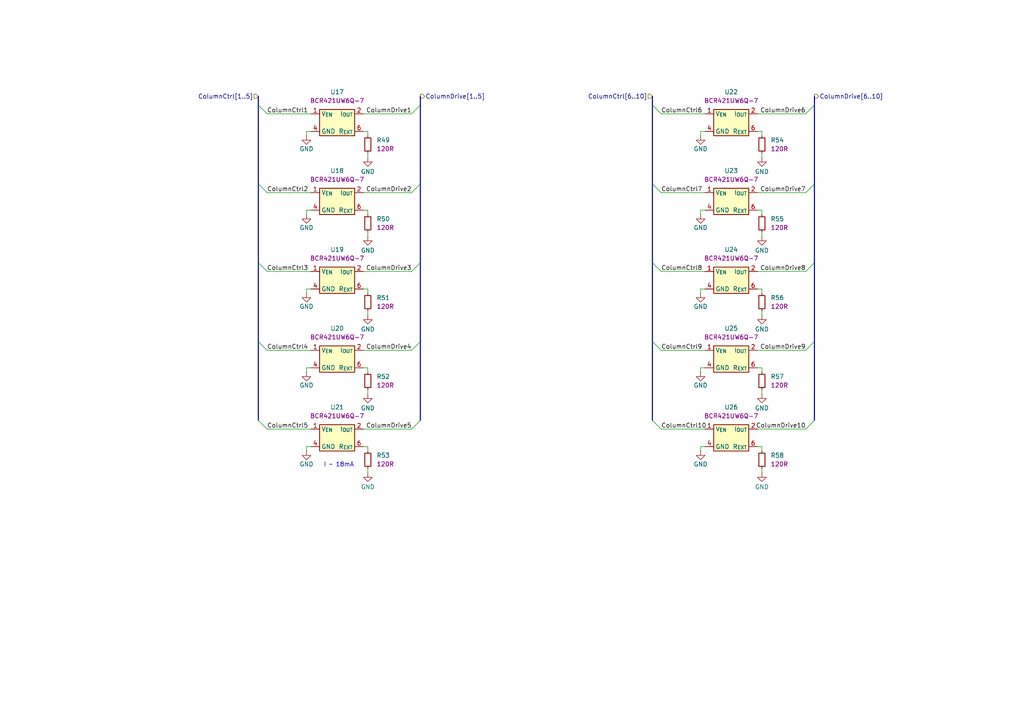
<source format=kicad_sch>
(kicad_sch (version 20231120) (generator "eeschema") (generator_version "8.0")
  (paper "A4")
  (title_block (title "LED Panel Board") (date "2025-01-31") (rev "1.0.0"))
  (lib_symbols
    (symbol "antmicroPMICLEDDrivers:BCR421_SC74"
      (property "Reference" "U" (at 30.48 -5.08 0))
      (property "MPN" "BCR421UW6Q-7" (at 30.48 -7.62 0))
      (symbol "BCR421_SC74_1_1"
        (rectangle (start 2.54 1.27) (end 12.7 -6.35) (stroke (width 0.254)) (fill (type background)))
        (pin input line (at 0 0 0) (length 2.54) (name "V_{EN}") (number "1"))
        (pin output line (at 15.24 0 180) (length 2.54) (name "I_{OUT}") (number "2"))
        (pin passive line (at 15.24 0 180) (length 2.54) hide (name "I_{OUT}") (number "3"))
        (pin power_in line (at 0 -5.08 0) (length 2.54) (name "GND") (number "4"))
        (pin passive line (at 15.24 0 180) (length 2.54) hide (name "I_{OUT}") (number "5"))
        (pin passive line (at 15.24 -5.08 180) (length 2.54) (name "R_{EXT}") (number "6"))
      )
    )
    (symbol "antmicroResistors0402:R_120R_0402" (pin_numbers hide) (pin_names hide)
      (property "Reference" "R" (at 20.32 -5.08 0))
      (property "Val" "120R" (at 20.32 -7.62 0))
      (symbol "R_120R_0402_0_1"
        (rectangle (start 0.635 0.889) (end 4.445 -0.889) (stroke (width 0.254)))
      )
      (symbol "R_120R_0402_1_1"
        (pin passive line (at 0 0 0) (length 0.635) (name "~") (number "1"))
        (pin passive line (at 5.08 0 180) (length 0.635) (name "~") (number "2"))
      )
    )
    (symbol "antmicropower:GND" (power) (pin_numbers hide) (pin_names hide)
      (property "Value" "GND" (at 8.89 -5.08 0))
      (symbol "GND_1_1"
        (polyline (pts (xy 0 0) (xy 0 -1.27) (xy 1.27 -1.27) (xy 0 -2.54) (xy -1.27 -1.27) (xy 0 -1.27)))
        (pin power_in line (at 0 0 270) (length 0) (name "GND") (number "1"))
      )
    )
  )
  (bus_entry (at 121.92 30.48) (size -2.54 2.54))
  (bus_entry (at 74.93 121.92) (size 2.54 2.54))
  (bus_entry (at 74.93 99.06) (size 2.54 2.54))
  (bus_entry (at 236.22 76.2) (size -2.54 2.54))
  (bus_entry (at 236.22 121.92) (size -2.54 2.54))
  (bus_entry (at 236.22 53.34) (size -2.54 2.54))
  (bus_entry (at 74.93 30.48) (size 2.54 2.54))
  (bus_entry (at 189.23 76.2) (size 2.54 2.54))
  (bus_entry (at 121.92 76.2) (size -2.54 2.54))
  (bus_entry (at 236.22 99.06) (size -2.54 2.54))
  (bus_entry (at 121.92 99.06) (size -2.54 2.54))
  (bus_entry (at 189.23 53.34) (size 2.54 2.54))
  (bus_entry (at 189.23 121.92) (size 2.54 2.54))
  (bus_entry (at 74.93 53.34) (size 2.54 2.54))
  (bus_entry (at 74.93 76.2) (size 2.54 2.54))
  (bus_entry (at 121.92 121.92) (size -2.54 2.54))
  (bus_entry (at 121.92 53.34) (size -2.54 2.54))
  (bus_entry (at 236.22 30.48) (size -2.54 2.54))
  (bus_entry (at 189.23 99.06) (size 2.54 2.54))
  (bus_entry (at 189.23 30.48) (size 2.54 2.54))
  (wire (pts (xy 203.2 38.1) (xy 203.2 39.37)))
  (wire (pts (xy 204.47 60.96) (xy 203.2 60.96)))
  (wire (pts (xy 204.47 78.74) (xy 191.77 78.74)))
  (wire (pts (xy 119.38 101.6) (xy 105.41 101.6)))
  (wire (pts (xy 88.9 129.54) (xy 88.9 130.81)))
  (wire (pts (xy 233.68 78.74) (xy 219.71 78.74)))
  (wire (pts (xy 220.98 44.45) (xy 220.98 45.72)))
  (wire (pts (xy 106.68 44.45) (xy 106.68 45.72)))
  (bus (pts (xy 74.93 99.06) (xy 74.93 121.92)))
  (wire (pts (xy 119.38 124.46) (xy 105.41 124.46)))
  (wire (pts (xy 119.38 78.74) (xy 105.41 78.74)))
  (wire (pts (xy 106.68 130.81) (xy 106.68 129.54)))
  (wire (pts (xy 88.9 106.68) (xy 88.9 107.95)))
  (wire (pts (xy 90.17 124.46) (xy 77.47 124.46)))
  (bus (pts (xy 189.23 30.48) (xy 189.23 53.34)))
  (bus (pts (xy 74.93 27.94) (xy 74.93 30.48)))
  (wire (pts (xy 220.98 60.96) (xy 219.71 60.96)))
  (wire (pts (xy 220.98 67.31) (xy 220.98 68.58)))
  (wire (pts (xy 220.98 113.03) (xy 220.98 114.3)))
  (bus (pts (xy 74.93 53.34) (xy 74.93 76.2)))
  (wire (pts (xy 220.98 107.95) (xy 220.98 106.68)))
  (wire (pts (xy 88.9 60.96) (xy 88.9 62.23)))
  (wire (pts (xy 204.47 83.82) (xy 203.2 83.82)))
  (wire (pts (xy 90.17 38.1) (xy 88.9 38.1)))
  (wire (pts (xy 119.38 55.88) (xy 105.41 55.88)))
  (bus (pts (xy 236.22 30.48) (xy 236.22 53.34)))
  (bus (pts (xy 121.92 53.34) (xy 121.92 76.2)))
  (bus (pts (xy 189.23 27.94) (xy 189.23 30.48)))
  (wire (pts (xy 220.98 135.89) (xy 220.98 137.16)))
  (wire (pts (xy 88.9 83.82) (xy 88.9 85.09)))
  (bus (pts (xy 236.22 27.94) (xy 236.22 30.48)))
  (wire (pts (xy 233.68 33.02) (xy 219.71 33.02)))
  (wire (pts (xy 90.17 83.82) (xy 88.9 83.82)))
  (wire (pts (xy 204.47 55.88) (xy 191.77 55.88)))
  (bus (pts (xy 236.22 76.2) (xy 236.22 99.06)))
  (wire (pts (xy 203.2 129.54) (xy 203.2 130.81)))
  (wire (pts (xy 204.47 129.54) (xy 203.2 129.54)))
  (wire (pts (xy 204.47 33.02) (xy 191.77 33.02)))
  (wire (pts (xy 106.68 107.95) (xy 106.68 106.68)))
  (wire (pts (xy 90.17 129.54) (xy 88.9 129.54)))
  (wire (pts (xy 220.98 38.1) (xy 219.71 38.1)))
  (bus (pts (xy 189.23 99.06) (xy 189.23 121.92)))
  (wire (pts (xy 203.2 83.82) (xy 203.2 85.09)))
  (wire (pts (xy 220.98 85.09) (xy 220.98 83.82)))
  (wire (pts (xy 106.68 106.68) (xy 105.41 106.68)))
  (wire (pts (xy 90.17 60.96) (xy 88.9 60.96)))
  (wire (pts (xy 220.98 129.54) (xy 219.71 129.54)))
  (wire (pts (xy 220.98 62.23) (xy 220.98 60.96)))
  (bus (pts (xy 74.93 76.2) (xy 74.93 99.06)))
  (wire (pts (xy 220.98 83.82) (xy 219.71 83.82)))
  (bus (pts (xy 189.23 53.34) (xy 189.23 76.2)))
  (wire (pts (xy 90.17 106.68) (xy 88.9 106.68)))
  (bus (pts (xy 236.22 99.06) (xy 236.22 121.92)))
  (wire (pts (xy 233.68 124.46) (xy 219.71 124.46)))
  (bus (pts (xy 121.92 30.48) (xy 121.92 53.34)))
  (bus (pts (xy 121.92 27.94) (xy 121.92 30.48)))
  (wire (pts (xy 90.17 101.6) (xy 77.47 101.6)))
  (wire (pts (xy 106.68 85.09) (xy 106.68 83.82)))
  (wire (pts (xy 204.47 124.46) (xy 191.77 124.46)))
  (wire (pts (xy 203.2 106.68) (xy 203.2 107.95)))
  (wire (pts (xy 203.2 60.96) (xy 203.2 62.23)))
  (wire (pts (xy 106.68 39.37) (xy 106.68 38.1)))
  (wire (pts (xy 90.17 78.74) (xy 77.47 78.74)))
  (wire (pts (xy 106.68 90.17) (xy 106.68 91.44)))
  (bus (pts (xy 189.23 76.2) (xy 189.23 99.06)))
  (wire (pts (xy 106.68 60.96) (xy 105.41 60.96)))
  (wire (pts (xy 106.68 113.03) (xy 106.68 114.3)))
  (wire (pts (xy 106.68 83.82) (xy 105.41 83.82)))
  (wire (pts (xy 106.68 67.31) (xy 106.68 68.58)))
  (bus (pts (xy 74.93 30.48) (xy 74.93 53.34)))
  (wire (pts (xy 88.9 38.1) (xy 88.9 39.37)))
  (wire (pts (xy 220.98 106.68) (xy 219.71 106.68)))
  (wire (pts (xy 106.68 62.23) (xy 106.68 60.96)))
  (wire (pts (xy 204.47 106.68) (xy 203.2 106.68)))
  (wire (pts (xy 204.47 101.6) (xy 191.77 101.6)))
  (wire (pts (xy 106.68 135.89) (xy 106.68 137.16)))
  (wire (pts (xy 106.68 129.54) (xy 105.41 129.54)))
  (wire (pts (xy 220.98 90.17) (xy 220.98 91.44)))
  (wire (pts (xy 233.68 55.88) (xy 219.71 55.88)))
  (bus (pts (xy 236.22 53.34) (xy 236.22 76.2)))
  (wire (pts (xy 233.68 101.6) (xy 219.71 101.6)))
  (bus (pts (xy 121.92 99.06) (xy 121.92 121.92)))
  (wire (pts (xy 204.47 38.1) (xy 203.2 38.1)))
  (wire (pts (xy 220.98 130.81) (xy 220.98 129.54)))
  (wire (pts (xy 119.38 33.02) (xy 105.41 33.02)))
  (wire (pts (xy 220.98 39.37) (xy 220.98 38.1)))
  (wire (pts (xy 90.17 33.02) (xy 77.47 33.02)))
  (bus (pts (xy 121.92 76.2) (xy 121.92 99.06)))
  (wire (pts (xy 106.68 38.1) (xy 105.41 38.1)))
  (wire (pts (xy 90.17 55.88) (xy 77.47 55.88)))
  (text "I ~ 18mA" (at 98.298 134.874 0) (effects (font (size 1.27 1.27))))
  (label "ColumnDrive6" (at 233.68 33.02 180))
  (label "ColumnCtrl7" (at 191.77 55.88 0))
  (label "ColumnCtrl6" (at 191.77 33.02 0))
  (label "ColumnCtrl10" (at 191.77 124.46 0))
  (label "ColumnDrive2" (at 119.38 55.88 180))
  (label "ColumnCtrl1" (at 77.47 33.02 0))
  (label "ColumnDrive1" (at 119.38 33.02 180))
  (label "ColumnDrive3" (at 119.38 78.74 180))
  (label "ColumnCtrl2" (at 77.47 55.88 0))
  (label "ColumnCtrl8" (at 191.77 78.74 0))
  (label "ColumnCtrl4" (at 77.47 101.6 0))
  (label "ColumnDrive4" (at 119.38 101.6 180))
  (label "ColumnDrive7" (at 233.68 55.88 180))
  (label "ColumnDrive8" (at 233.68 78.74 180))
  (label "ColumnCtrl3" (at 77.47 78.74 0))
  (label "ColumnDrive10" (at 233.68 124.46 180))
  (label "ColumnCtrl5" (at 77.47 124.46 0))
  (label "ColumnDrive9" (at 233.68 101.6 180))
  (label "ColumnCtrl9" (at 191.77 101.6 0))
  (label "ColumnDrive5" (at 119.38 124.46 180))
  (hierarchical_label "ColumnCtrl[6..10]" (shape input) (at 189.23 27.94 180))
  (hierarchical_label "ColumnDrive[6..10]" (shape output) (at 236.22 27.94 0))
  (hierarchical_label "ColumnCtrl[1..5]" (shape input) (at 74.93 27.94 180))
  (hierarchical_label "ColumnDrive[1..5]" (shape output) (at 121.92 27.94 0))
  (symbol (lib_id "antmicroPMICLEDDrivers:BCR421_SC74") (at 90.17 101.6 0) (unit 1)
    (property "Reference" "U20" (at 97.79 95.25 0))
    (property "Value" "BCR421_SOT26" (effects (hide yes)))
    (property "Footprint" "antmicro-footprints:SC-74-6_1.5x2.9mm_P0.95mm" (effects (hide yes)))
    (property "Datasheet" "https://www.diodes.com/datasheet/download/BCR421UW6Q.pdf" (effects (hide yes)))
    (property "Description" "350 mA Linear LED driver; Vmax=40V; Idefault=10mA; PWMmax=25kHz; Pmax=1W" (effects (hide yes)))
    (property "MPN" "BCR421UW6Q-7" (at 97.79 97.79 0))
    (property "Manufacturer" "Diodes Incorporated" (effects (hide yes)))
    (property "Author" "Antmicro" (effects (hide yes)))
    (property "License" "Apache-2.0" (effects (hide yes)))
  )
  (symbol (lib_id "antmicropower:GND") (at 88.9 107.95 0) (mirror y) (unit 1)
    (property "Reference" "#PWR0184" (effects (hide yes)))
    (property "Value" "GND" (at 90.932 111.76 0) (effects (justify left)))
    (property "Author" "Antmicro" (effects (hide yes)))
    (property "License" "Apache-2.0" (effects (hide yes)))
  )
  (symbol (lib_id "antmicropower:GND") (at 106.68 91.44 0) (mirror y) (unit 1)
    (property "Reference" "#PWR0188" (effects (hide yes)))
    (property "Value" "GND" (at 108.712 95.504 0) (effects (justify left)))
    (property "Author" "Antmicro" (effects (hide yes)))
    (property "License" "Apache-2.0" (effects (hide yes)))
  )
  (symbol (lib_id "antmicroPMICLEDDrivers:BCR421_SC74") (at 204.47 33.02 0) (unit 1)
    (property "Reference" "U22" (at 212.09 26.67 0))
    (property "Value" "BCR421_SOT26" (effects (hide yes)))
    (property "Footprint" "antmicro-footprints:SC-74-6_1.5x2.9mm_P0.95mm" (effects (hide yes)))
    (property "Datasheet" "https://www.diodes.com/datasheet/download/BCR421UW6Q.pdf" (effects (hide yes)))
    (property "Description" "350 mA Linear LED driver; Vmax=40V; Idefault=10mA; PWMmax=25kHz; Pmax=1W" (effects (hide yes)))
    (property "MPN" "BCR421UW6Q-7" (at 212.09 29.21 0))
    (property "Manufacturer" "Diodes Incorporated" (effects (hide yes)))
    (property "Author" "Antmicro" (effects (hide yes)))
    (property "License" "Apache-2.0" (effects (hide yes)))
  )
  (symbol (lib_id "antmicropower:GND") (at 106.68 45.72 0) (mirror y) (unit 1)
    (property "Reference" "#PWR0186" (effects (hide yes)))
    (property "Value" "GND" (at 108.712 49.784 0) (effects (justify left)))
    (property "Author" "Antmicro" (effects (hide yes)))
    (property "License" "Apache-2.0" (effects (hide yes)))
  )
  (symbol (lib_id "antmicroResistors0402:R_120R_0402") (at 220.98 90.17 270) (mirror x) (unit 1)
    (property "Reference" "R56" (at 223.52 86.36 90) (effects (justify left)))
    (property "Value" "R_120R_0402" (effects (hide yes)))
    (property "Footprint" "antmicro-footprints:R_0402_1005Metric" (effects (hide yes)))
    (property "Datasheet" "https://www.bourns.com/docs/product-datasheets/cr.pdf" (effects (hide yes)))
    (property "Description" "SMD Chip Resistor, 120 ohm, ± 1%, 63 mW, 0402 [1005 Metric], Thick Film, General Purpose" (effects (hide yes)))
    (property "MPN" "CR0402-FX-1200GLF" (effects (hide yes)))
    (property "Manufacturer" "Bourns" (effects (hide yes)))
    (property "License" "Apache-2.0" (effects (hide yes)))
    (property "Author" "Antmicro" (effects (hide yes)))
    (property "Val" "120R" (at 223.52 88.9 90) (effects (justify left)))
    (property "Tolerance" "1%" (effects (hide yes)))
  )
  (symbol (lib_id "antmicropower:GND") (at 203.2 85.09 0) (mirror y) (unit 1)
    (property "Reference" "#PWR0193" (effects (hide yes)))
    (property "Value" "GND" (at 205.232 88.9 0) (effects (justify left)))
    (property "Author" "Antmicro" (effects (hide yes)))
    (property "License" "Apache-2.0" (effects (hide yes)))
  )
  (symbol (lib_id "antmicropower:GND") (at 88.9 85.09 0) (mirror y) (unit 1)
    (property "Reference" "#PWR0183" (effects (hide yes)))
    (property "Value" "GND" (at 90.932 88.9 0) (effects (justify left)))
    (property "Author" "Antmicro" (effects (hide yes)))
    (property "License" "Apache-2.0" (effects (hide yes)))
  )
  (symbol (lib_id "antmicroResistors0402:R_120R_0402") (at 106.68 44.45 270) (mirror x) (unit 1)
    (property "Reference" "R49" (at 109.22 40.64 90) (effects (justify left)))
    (property "Value" "R_120R_0402" (effects (hide yes)))
    (property "Footprint" "antmicro-footprints:R_0402_1005Metric" (effects (hide yes)))
    (property "Datasheet" "https://www.bourns.com/docs/product-datasheets/cr.pdf" (effects (hide yes)))
    (property "Description" "SMD Chip Resistor, 120 ohm, ± 1%, 63 mW, 0402 [1005 Metric], Thick Film, General Purpose" (effects (hide yes)))
    (property "MPN" "CR0402-FX-1200GLF" (effects (hide yes)))
    (property "Manufacturer" "Bourns" (effects (hide yes)))
    (property "License" "Apache-2.0" (effects (hide yes)))
    (property "Author" "Antmicro" (effects (hide yes)))
    (property "Val" "120R" (at 109.22 43.18 90) (effects (justify left)))
    (property "Tolerance" "1%" (effects (hide yes)))
  )
  (symbol (lib_id "antmicropower:GND") (at 88.9 39.37 0) (mirror y) (unit 1)
    (property "Reference" "#PWR0181" (effects (hide yes)))
    (property "Value" "GND" (at 90.932 43.18 0) (effects (justify left)))
    (property "Author" "Antmicro" (effects (hide yes)))
    (property "License" "Apache-2.0" (effects (hide yes)))
  )
  (symbol (lib_id "antmicroResistors0402:R_120R_0402") (at 220.98 44.45 270) (mirror x) (unit 1)
    (property "Reference" "R54" (at 223.52 40.64 90) (effects (justify left)))
    (property "Value" "R_120R_0402" (effects (hide yes)))
    (property "Footprint" "antmicro-footprints:R_0402_1005Metric" (effects (hide yes)))
    (property "Datasheet" "https://www.bourns.com/docs/product-datasheets/cr.pdf" (effects (hide yes)))
    (property "Description" "SMD Chip Resistor, 120 ohm, ± 1%, 63 mW, 0402 [1005 Metric], Thick Film, General Purpose" (effects (hide yes)))
    (property "MPN" "CR0402-FX-1200GLF" (effects (hide yes)))
    (property "Manufacturer" "Bourns" (effects (hide yes)))
    (property "License" "Apache-2.0" (effects (hide yes)))
    (property "Author" "Antmicro" (effects (hide yes)))
    (property "Val" "120R" (at 223.52 43.18 90) (effects (justify left)))
    (property "Tolerance" "1%" (effects (hide yes)))
  )
  (symbol (lib_id "antmicropower:GND") (at 220.98 68.58 0) (mirror y) (unit 1)
    (property "Reference" "#PWR0197" (effects (hide yes)))
    (property "Value" "GND" (at 223.012 72.644 0) (effects (justify left)))
    (property "Author" "Antmicro" (effects (hide yes)))
    (property "License" "Apache-2.0" (effects (hide yes)))
  )
  (symbol (lib_id "antmicropower:GND") (at 106.68 68.58 0) (mirror y) (unit 1)
    (property "Reference" "#PWR0187" (effects (hide yes)))
    (property "Value" "GND" (at 108.712 72.644 0) (effects (justify left)))
    (property "Author" "Antmicro" (effects (hide yes)))
    (property "License" "Apache-2.0" (effects (hide yes)))
  )
  (symbol (lib_id "antmicropower:GND") (at 203.2 62.23 0) (mirror y) (unit 1)
    (property "Reference" "#PWR0192" (effects (hide yes)))
    (property "Value" "GND" (at 205.232 66.04 0) (effects (justify left)))
    (property "Author" "Antmicro" (effects (hide yes)))
    (property "License" "Apache-2.0" (effects (hide yes)))
  )
  (symbol (lib_id "antmicropower:GND") (at 88.9 130.81 0) (mirror y) (unit 1)
    (property "Reference" "#PWR0185" (effects (hide yes)))
    (property "Value" "GND" (at 90.932 134.62 0) (effects (justify left)))
    (property "Author" "Antmicro" (effects (hide yes)))
    (property "License" "Apache-2.0" (effects (hide yes)))
  )
  (symbol (lib_id "antmicropower:GND") (at 220.98 114.3 0) (mirror y) (unit 1)
    (property "Reference" "#PWR0199" (effects (hide yes)))
    (property "Value" "GND" (at 223.012 118.364 0) (effects (justify left)))
    (property "Author" "Antmicro" (effects (hide yes)))
    (property "License" "Apache-2.0" (effects (hide yes)))
  )
  (symbol (lib_id "antmicroResistors0402:R_120R_0402") (at 106.68 135.89 270) (mirror x) (unit 1)
    (property "Reference" "R53" (at 109.22 132.08 90) (effects (justify left)))
    (property "Value" "R_120R_0402" (effects (hide yes)))
    (property "Footprint" "antmicro-footprints:R_0402_1005Metric" (effects (hide yes)))
    (property "Datasheet" "https://www.bourns.com/docs/product-datasheets/cr.pdf" (effects (hide yes)))
    (property "Description" "SMD Chip Resistor, 120 ohm, ± 1%, 63 mW, 0402 [1005 Metric], Thick Film, General Purpose" (effects (hide yes)))
    (property "MPN" "CR0402-FX-1200GLF" (effects (hide yes)))
    (property "Manufacturer" "Bourns" (effects (hide yes)))
    (property "License" "Apache-2.0" (effects (hide yes)))
    (property "Author" "Antmicro" (effects (hide yes)))
    (property "Val" "120R" (at 109.22 134.62 90) (effects (justify left)))
    (property "Tolerance" "1%" (effects (hide yes)))
  )
  (symbol (lib_id "antmicroPMICLEDDrivers:BCR421_SC74") (at 204.47 78.74 0) (unit 1)
    (property "Reference" "U24" (at 212.09 72.39 0))
    (property "Value" "BCR421_SOT26" (effects (hide yes)))
    (property "Footprint" "antmicro-footprints:SC-74-6_1.5x2.9mm_P0.95mm" (effects (hide yes)))
    (property "Datasheet" "https://www.diodes.com/datasheet/download/BCR421UW6Q.pdf" (effects (hide yes)))
    (property "Description" "350 mA Linear LED driver; Vmax=40V; Idefault=10mA; PWMmax=25kHz; Pmax=1W" (effects (hide yes)))
    (property "MPN" "BCR421UW6Q-7" (at 212.09 74.93 0))
    (property "Manufacturer" "Diodes Incorporated" (effects (hide yes)))
    (property "Author" "Antmicro" (effects (hide yes)))
    (property "License" "Apache-2.0" (effects (hide yes)))
  )
  (symbol (lib_id "antmicropower:GND") (at 106.68 137.16 0) (mirror y) (unit 1)
    (property "Reference" "#PWR0190" (effects (hide yes)))
    (property "Value" "GND" (at 108.712 141.224 0) (effects (justify left)))
    (property "Author" "Antmicro" (effects (hide yes)))
    (property "License" "Apache-2.0" (effects (hide yes)))
  )
  (symbol (lib_id "antmicroPMICLEDDrivers:BCR421_SC74") (at 204.47 55.88 0) (unit 1)
    (property "Reference" "U23" (at 212.09 49.53 0))
    (property "Value" "BCR421_SOT26" (effects (hide yes)))
    (property "Footprint" "antmicro-footprints:SC-74-6_1.5x2.9mm_P0.95mm" (effects (hide yes)))
    (property "Datasheet" "https://www.diodes.com/datasheet/download/BCR421UW6Q.pdf" (effects (hide yes)))
    (property "Description" "350 mA Linear LED driver; Vmax=40V; Idefault=10mA; PWMmax=25kHz; Pmax=1W" (effects (hide yes)))
    (property "MPN" "BCR421UW6Q-7" (at 212.09 52.07 0))
    (property "Manufacturer" "Diodes Incorporated" (effects (hide yes)))
    (property "Author" "Antmicro" (effects (hide yes)))
    (property "License" "Apache-2.0" (effects (hide yes)))
  )
  (symbol (lib_id "antmicroPMICLEDDrivers:BCR421_SC74") (at 90.17 33.02 0) (unit 1)
    (property "Reference" "U17" (at 97.79 26.67 0))
    (property "Value" "BCR421_SOT26" (effects (hide yes)))
    (property "Footprint" "antmicro-footprints:SC-74-6_1.5x2.9mm_P0.95mm" (effects (hide yes)))
    (property "Datasheet" "https://www.diodes.com/datasheet/download/BCR421UW6Q.pdf" (effects (hide yes)))
    (property "Description" "350 mA Linear LED driver; Vmax=40V; Idefault=10mA; PWMmax=25kHz; Pmax=1W" (effects (hide yes)))
    (property "MPN" "BCR421UW6Q-7" (at 97.79 29.21 0))
    (property "Manufacturer" "Diodes Incorporated" (effects (hide yes)))
    (property "Author" "Antmicro" (effects (hide yes)))
    (property "License" "Apache-2.0" (effects (hide yes)))
  )
  (symbol (lib_id "antmicropower:GND") (at 203.2 130.81 0) (mirror y) (unit 1)
    (property "Reference" "#PWR0195" (effects (hide yes)))
    (property "Value" "GND" (at 205.232 134.62 0) (effects (justify left)))
    (property "Author" "Antmicro" (effects (hide yes)))
    (property "License" "Apache-2.0" (effects (hide yes)))
  )
  (symbol (lib_id "antmicroResistors0402:R_120R_0402") (at 220.98 67.31 270) (mirror x) (unit 1)
    (property "Reference" "R55" (at 223.52 63.5 90) (effects (justify left)))
    (property "Value" "R_120R_0402" (effects (hide yes)))
    (property "Footprint" "antmicro-footprints:R_0402_1005Metric" (effects (hide yes)))
    (property "Datasheet" "https://www.bourns.com/docs/product-datasheets/cr.pdf" (effects (hide yes)))
    (property "Description" "SMD Chip Resistor, 120 ohm, ± 1%, 63 mW, 0402 [1005 Metric], Thick Film, General Purpose" (effects (hide yes)))
    (property "MPN" "CR0402-FX-1200GLF" (effects (hide yes)))
    (property "Manufacturer" "Bourns" (effects (hide yes)))
    (property "License" "Apache-2.0" (effects (hide yes)))
    (property "Author" "Antmicro" (effects (hide yes)))
    (property "Val" "120R" (at 223.52 66.04 90) (effects (justify left)))
    (property "Tolerance" "1%" (effects (hide yes)))
  )
  (symbol (lib_id "antmicroResistors0402:R_120R_0402") (at 220.98 113.03 270) (mirror x) (unit 1)
    (property "Reference" "R57" (at 223.52 109.22 90) (effects (justify left)))
    (property "Value" "R_120R_0402" (effects (hide yes)))
    (property "Footprint" "antmicro-footprints:R_0402_1005Metric" (effects (hide yes)))
    (property "Datasheet" "https://www.bourns.com/docs/product-datasheets/cr.pdf" (effects (hide yes)))
    (property "Description" "SMD Chip Resistor, 120 ohm, ± 1%, 63 mW, 0402 [1005 Metric], Thick Film, General Purpose" (effects (hide yes)))
    (property "MPN" "CR0402-FX-1200GLF" (effects (hide yes)))
    (property "Manufacturer" "Bourns" (effects (hide yes)))
    (property "License" "Apache-2.0" (effects (hide yes)))
    (property "Author" "Antmicro" (effects (hide yes)))
    (property "Val" "120R" (at 223.52 111.76 90) (effects (justify left)))
    (property "Tolerance" "1%" (effects (hide yes)))
  )
  (symbol (lib_id "antmicropower:GND") (at 203.2 39.37 0) (mirror y) (unit 1)
    (property "Reference" "#PWR0191" (effects (hide yes)))
    (property "Value" "GND" (at 205.232 43.18 0) (effects (justify left)))
    (property "Author" "Antmicro" (effects (hide yes)))
    (property "License" "Apache-2.0" (effects (hide yes)))
  )
  (symbol (lib_id "antmicropower:GND") (at 220.98 137.16 0) (mirror y) (unit 1)
    (property "Reference" "#PWR0200" (effects (hide yes)))
    (property "Value" "GND" (at 223.012 141.224 0) (effects (justify left)))
    (property "Author" "Antmicro" (effects (hide yes)))
    (property "License" "Apache-2.0" (effects (hide yes)))
  )
  (symbol (lib_id "antmicropower:GND") (at 106.68 114.3 0) (mirror y) (unit 1)
    (property "Reference" "#PWR0189" (effects (hide yes)))
    (property "Value" "GND" (at 108.712 118.364 0) (effects (justify left)))
    (property "Author" "Antmicro" (effects (hide yes)))
    (property "License" "Apache-2.0" (effects (hide yes)))
  )
  (symbol (lib_id "antmicroPMICLEDDrivers:BCR421_SC74") (at 90.17 78.74 0) (unit 1)
    (property "Reference" "U19" (at 97.79 72.39 0))
    (property "Value" "BCR421_SOT26" (effects (hide yes)))
    (property "Footprint" "antmicro-footprints:SC-74-6_1.5x2.9mm_P0.95mm" (effects (hide yes)))
    (property "Datasheet" "https://www.diodes.com/datasheet/download/BCR421UW6Q.pdf" (effects (hide yes)))
    (property "Description" "350 mA Linear LED driver; Vmax=40V; Idefault=10mA; PWMmax=25kHz; Pmax=1W" (effects (hide yes)))
    (property "MPN" "BCR421UW6Q-7" (at 97.79 74.93 0))
    (property "Manufacturer" "Diodes Incorporated" (effects (hide yes)))
    (property "Author" "Antmicro" (effects (hide yes)))
    (property "License" "Apache-2.0" (effects (hide yes)))
  )
  (symbol (lib_id "antmicroPMICLEDDrivers:BCR421_SC74") (at 90.17 55.88 0) (unit 1)
    (property "Reference" "U18" (at 97.79 49.53 0))
    (property "Value" "BCR421_SOT26" (effects (hide yes)))
    (property "Footprint" "antmicro-footprints:SC-74-6_1.5x2.9mm_P0.95mm" (effects (hide yes)))
    (property "Datasheet" "https://www.diodes.com/datasheet/download/BCR421UW6Q.pdf" (effects (hide yes)))
    (property "Description" "350 mA Linear LED driver; Vmax=40V; Idefault=10mA; PWMmax=25kHz; Pmax=1W" (effects (hide yes)))
    (property "MPN" "BCR421UW6Q-7" (at 97.79 52.07 0))
    (property "Manufacturer" "Diodes Incorporated" (effects (hide yes)))
    (property "Author" "Antmicro" (effects (hide yes)))
    (property "License" "Apache-2.0" (effects (hide yes)))
  )
  (symbol (lib_id "antmicropower:GND") (at 220.98 91.44 0) (mirror y) (unit 1)
    (property "Reference" "#PWR0198" (effects (hide yes)))
    (property "Value" "GND" (at 223.012 95.504 0) (effects (justify left)))
    (property "Author" "Antmicro" (effects (hide yes)))
    (property "License" "Apache-2.0" (effects (hide yes)))
  )
  (symbol (lib_id "antmicroResistors0402:R_120R_0402") (at 220.98 135.89 270) (mirror x) (unit 1)
    (property "Reference" "R58" (at 223.52 132.08 90) (effects (justify left)))
    (property "Value" "R_120R_0402" (effects (hide yes)))
    (property "Footprint" "antmicro-footprints:R_0402_1005Metric" (effects (hide yes)))
    (property "Datasheet" "https://www.bourns.com/docs/product-datasheets/cr.pdf" (effects (hide yes)))
    (property "Description" "SMD Chip Resistor, 120 ohm, ± 1%, 63 mW, 0402 [1005 Metric], Thick Film, General Purpose" (effects (hide yes)))
    (property "MPN" "CR0402-FX-1200GLF" (effects (hide yes)))
    (property "Manufacturer" "Bourns" (effects (hide yes)))
    (property "License" "Apache-2.0" (effects (hide yes)))
    (property "Author" "Antmicro" (effects (hide yes)))
    (property "Val" "120R" (at 223.52 134.62 90) (effects (justify left)))
    (property "Tolerance" "1%" (effects (hide yes)))
  )
  (symbol (lib_id "antmicroPMICLEDDrivers:BCR421_SC74") (at 204.47 101.6 0) (unit 1)
    (property "Reference" "U25" (at 212.09 95.25 0))
    (property "Value" "BCR421_SOT26" (effects (hide yes)))
    (property "Footprint" "antmicro-footprints:SC-74-6_1.5x2.9mm_P0.95mm" (effects (hide yes)))
    (property "Datasheet" "https://www.diodes.com/datasheet/download/BCR421UW6Q.pdf" (effects (hide yes)))
    (property "Description" "350 mA Linear LED driver; Vmax=40V; Idefault=10mA; PWMmax=25kHz; Pmax=1W" (effects (hide yes)))
    (property "MPN" "BCR421UW6Q-7" (at 212.09 97.79 0))
    (property "Manufacturer" "Diodes Incorporated" (effects (hide yes)))
    (property "Author" "Antmicro" (effects (hide yes)))
    (property "License" "Apache-2.0" (effects (hide yes)))
  )
  (symbol (lib_id "antmicroResistors0402:R_120R_0402") (at 106.68 90.17 270) (mirror x) (unit 1)
    (property "Reference" "R51" (at 109.22 86.36 90) (effects (justify left)))
    (property "Value" "R_120R_0402" (effects (hide yes)))
    (property "Footprint" "antmicro-footprints:R_0402_1005Metric" (effects (hide yes)))
    (property "Datasheet" "https://www.bourns.com/docs/product-datasheets/cr.pdf" (effects (hide yes)))
    (property "Description" "SMD Chip Resistor, 120 ohm, ± 1%, 63 mW, 0402 [1005 Metric], Thick Film, General Purpose" (effects (hide yes)))
    (property "MPN" "CR0402-FX-1200GLF" (effects (hide yes)))
    (property "Manufacturer" "Bourns" (effects (hide yes)))
    (property "License" "Apache-2.0" (effects (hide yes)))
    (property "Author" "Antmicro" (effects (hide yes)))
    (property "Val" "120R" (at 109.22 88.9 90) (effects (justify left)))
    (property "Tolerance" "1%" (effects (hide yes)))
  )
  (symbol (lib_id "antmicropower:GND") (at 88.9 62.23 0) (mirror y) (unit 1)
    (property "Reference" "#PWR0182" (effects (hide yes)))
    (property "Value" "GND" (at 90.932 66.04 0) (effects (justify left)))
    (property "Author" "Antmicro" (effects (hide yes)))
    (property "License" "Apache-2.0" (effects (hide yes)))
  )
  (symbol (lib_id "antmicroResistors0402:R_120R_0402") (at 106.68 113.03 270) (mirror x) (unit 1)
    (property "Reference" "R52" (at 109.22 109.22 90) (effects (justify left)))
    (property "Value" "R_120R_0402" (effects (hide yes)))
    (property "Footprint" "antmicro-footprints:R_0402_1005Metric" (effects (hide yes)))
    (property "Datasheet" "https://www.bourns.com/docs/product-datasheets/cr.pdf" (effects (hide yes)))
    (property "Description" "SMD Chip Resistor, 120 ohm, ± 1%, 63 mW, 0402 [1005 Metric], Thick Film, General Purpose" (effects (hide yes)))
    (property "MPN" "CR0402-FX-1200GLF" (effects (hide yes)))
    (property "Manufacturer" "Bourns" (effects (hide yes)))
    (property "License" "Apache-2.0" (effects (hide yes)))
    (property "Author" "Antmicro" (effects (hide yes)))
    (property "Val" "120R" (at 109.22 111.76 90) (effects (justify left)))
    (property "Tolerance" "1%" (effects (hide yes)))
  )
  (symbol (lib_id "antmicropower:GND") (at 203.2 107.95 0) (mirror y) (unit 1)
    (property "Reference" "#PWR0194" (effects (hide yes)))
    (property "Value" "GND" (at 205.232 111.76 0) (effects (justify left)))
    (property "Author" "Antmicro" (effects (hide yes)))
    (property "License" "Apache-2.0" (effects (hide yes)))
  )
  (symbol (lib_id "antmicroResistors0402:R_120R_0402") (at 106.68 67.31 270) (mirror x) (unit 1)
    (property "Reference" "R50" (at 109.22 63.5 90) (effects (justify left)))
    (property "Value" "R_120R_0402" (effects (hide yes)))
    (property "Footprint" "antmicro-footprints:R_0402_1005Metric" (effects (hide yes)))
    (property "Datasheet" "https://www.bourns.com/docs/product-datasheets/cr.pdf" (effects (hide yes)))
    (property "Description" "SMD Chip Resistor, 120 ohm, ± 1%, 63 mW, 0402 [1005 Metric], Thick Film, General Purpose" (effects (hide yes)))
    (property "MPN" "CR0402-FX-1200GLF" (effects (hide yes)))
    (property "Manufacturer" "Bourns" (effects (hide yes)))
    (property "License" "Apache-2.0" (effects (hide yes)))
    (property "Author" "Antmicro" (effects (hide yes)))
    (property "Val" "120R" (at 109.22 66.04 90) (effects (justify left)))
    (property "Tolerance" "1%" (effects (hide yes)))
  )
  (symbol (lib_id "antmicroPMICLEDDrivers:BCR421_SC74") (at 90.17 124.46 0) (unit 1)
    (property "Reference" "U21" (at 97.79 118.11 0))
    (property "Value" "BCR421_SOT26" (effects (hide yes)))
    (property "Footprint" "antmicro-footprints:SC-74-6_1.5x2.9mm_P0.95mm" (effects (hide yes)))
    (property "Datasheet" "https://www.diodes.com/datasheet/download/BCR421UW6Q.pdf" (effects (hide yes)))
    (property "Description" "350 mA Linear LED driver; Vmax=40V; Idefault=10mA; PWMmax=25kHz; Pmax=1W" (effects (hide yes)))
    (property "MPN" "BCR421UW6Q-7" (at 97.79 120.65 0))
    (property "Manufacturer" "Diodes Incorporated" (effects (hide yes)))
    (property "Author" "Antmicro" (effects (hide yes)))
    (property "License" "Apache-2.0" (effects (hide yes)))
  )
  (symbol (lib_id "antmicropower:GND") (at 220.98 45.72 0) (mirror y) (unit 1)
    (property "Reference" "#PWR0196" (effects (hide yes)))
    (property "Value" "GND" (at 223.012 49.784 0) (effects (justify left)))
    (property "Author" "Antmicro" (effects (hide yes)))
    (property "License" "Apache-2.0" (effects (hide yes)))
  )
  (symbol (lib_id "antmicroPMICLEDDrivers:BCR421_SC74") (at 204.47 124.46 0) (unit 1)
    (property "Reference" "U26" (at 212.09 118.11 0))
    (property "Value" "BCR421_SOT26" (effects (hide yes)))
    (property "Footprint" "antmicro-footprints:SC-74-6_1.5x2.9mm_P0.95mm" (effects (hide yes)))
    (property "Datasheet" "https://www.diodes.com/datasheet/download/BCR421UW6Q.pdf" (effects (hide yes)))
    (property "Description" "350 mA Linear LED driver; Vmax=40V; Idefault=10mA; PWMmax=25kHz; Pmax=1W" (effects (hide yes)))
    (property "MPN" "BCR421UW6Q-7" (at 212.09 120.65 0))
    (property "Manufacturer" "Diodes Incorporated" (effects (hide yes)))
    (property "Author" "Antmicro" (effects (hide yes)))
    (property "License" "Apache-2.0" (effects (hide yes)))
  )
)
</source>
